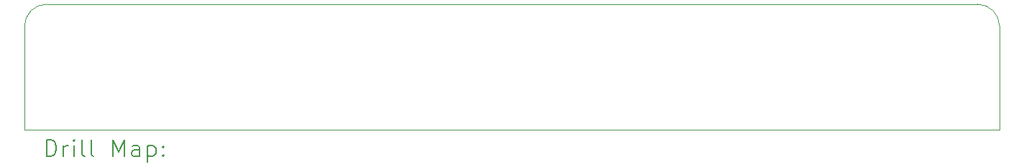
<source format=gbr>
%TF.GenerationSoftware,KiCad,Pcbnew,8.0.1*%
%TF.CreationDate,2024-08-12T23:30:26+01:00*%
%TF.ProjectId,MICRO_TRUNK_6_INSULATOR_BACK,4d494352-4f5f-4545-9255-4e4b5f365f49,rev?*%
%TF.SameCoordinates,Original*%
%TF.FileFunction,Drillmap*%
%TF.FilePolarity,Positive*%
%FSLAX45Y45*%
G04 Gerber Fmt 4.5, Leading zero omitted, Abs format (unit mm)*
G04 Created by KiCad (PCBNEW 8.0.1) date 2024-08-12 23:30:26*
%MOMM*%
%LPD*%
G01*
G04 APERTURE LIST*
%ADD10C,0.050000*%
%ADD11C,0.200000*%
G04 APERTURE END LIST*
D10*
X9238875Y-9230236D02*
X20202500Y-9230000D01*
X8981896Y-9487735D02*
G75*
G02*
X9238875Y-9230236I257504J-5D01*
G01*
X8981896Y-10715235D02*
X20460396Y-10715235D01*
X20460000Y-9486978D02*
X20460396Y-10715235D01*
X8981896Y-10715235D02*
X8981896Y-9487735D01*
X20202500Y-9230000D02*
G75*
G02*
X20460000Y-9486978I0J-257500D01*
G01*
D11*
X9240173Y-11029219D02*
X9240173Y-10829219D01*
X9240173Y-10829219D02*
X9287792Y-10829219D01*
X9287792Y-10829219D02*
X9316363Y-10838743D01*
X9316363Y-10838743D02*
X9335411Y-10857791D01*
X9335411Y-10857791D02*
X9344934Y-10876838D01*
X9344934Y-10876838D02*
X9354458Y-10914933D01*
X9354458Y-10914933D02*
X9354458Y-10943505D01*
X9354458Y-10943505D02*
X9344934Y-10981600D01*
X9344934Y-10981600D02*
X9335411Y-11000648D01*
X9335411Y-11000648D02*
X9316363Y-11019695D01*
X9316363Y-11019695D02*
X9287792Y-11029219D01*
X9287792Y-11029219D02*
X9240173Y-11029219D01*
X9440173Y-11029219D02*
X9440173Y-10895886D01*
X9440173Y-10933981D02*
X9449696Y-10914933D01*
X9449696Y-10914933D02*
X9459220Y-10905410D01*
X9459220Y-10905410D02*
X9478268Y-10895886D01*
X9478268Y-10895886D02*
X9497315Y-10895886D01*
X9563982Y-11029219D02*
X9563982Y-10895886D01*
X9563982Y-10829219D02*
X9554458Y-10838743D01*
X9554458Y-10838743D02*
X9563982Y-10848267D01*
X9563982Y-10848267D02*
X9573506Y-10838743D01*
X9573506Y-10838743D02*
X9563982Y-10829219D01*
X9563982Y-10829219D02*
X9563982Y-10848267D01*
X9687792Y-11029219D02*
X9668744Y-11019695D01*
X9668744Y-11019695D02*
X9659220Y-11000648D01*
X9659220Y-11000648D02*
X9659220Y-10829219D01*
X9792553Y-11029219D02*
X9773506Y-11019695D01*
X9773506Y-11019695D02*
X9763982Y-11000648D01*
X9763982Y-11000648D02*
X9763982Y-10829219D01*
X10021125Y-11029219D02*
X10021125Y-10829219D01*
X10021125Y-10829219D02*
X10087792Y-10972076D01*
X10087792Y-10972076D02*
X10154458Y-10829219D01*
X10154458Y-10829219D02*
X10154458Y-11029219D01*
X10335411Y-11029219D02*
X10335411Y-10924457D01*
X10335411Y-10924457D02*
X10325887Y-10905410D01*
X10325887Y-10905410D02*
X10306839Y-10895886D01*
X10306839Y-10895886D02*
X10268744Y-10895886D01*
X10268744Y-10895886D02*
X10249696Y-10905410D01*
X10335411Y-11019695D02*
X10316363Y-11029219D01*
X10316363Y-11029219D02*
X10268744Y-11029219D01*
X10268744Y-11029219D02*
X10249696Y-11019695D01*
X10249696Y-11019695D02*
X10240173Y-11000648D01*
X10240173Y-11000648D02*
X10240173Y-10981600D01*
X10240173Y-10981600D02*
X10249696Y-10962553D01*
X10249696Y-10962553D02*
X10268744Y-10953029D01*
X10268744Y-10953029D02*
X10316363Y-10953029D01*
X10316363Y-10953029D02*
X10335411Y-10943505D01*
X10430649Y-10895886D02*
X10430649Y-11095886D01*
X10430649Y-10905410D02*
X10449696Y-10895886D01*
X10449696Y-10895886D02*
X10487792Y-10895886D01*
X10487792Y-10895886D02*
X10506839Y-10905410D01*
X10506839Y-10905410D02*
X10516363Y-10914933D01*
X10516363Y-10914933D02*
X10525887Y-10933981D01*
X10525887Y-10933981D02*
X10525887Y-10991124D01*
X10525887Y-10991124D02*
X10516363Y-11010172D01*
X10516363Y-11010172D02*
X10506839Y-11019695D01*
X10506839Y-11019695D02*
X10487792Y-11029219D01*
X10487792Y-11029219D02*
X10449696Y-11029219D01*
X10449696Y-11029219D02*
X10430649Y-11019695D01*
X10611601Y-11010172D02*
X10621125Y-11019695D01*
X10621125Y-11019695D02*
X10611601Y-11029219D01*
X10611601Y-11029219D02*
X10602077Y-11019695D01*
X10602077Y-11019695D02*
X10611601Y-11010172D01*
X10611601Y-11010172D02*
X10611601Y-11029219D01*
X10611601Y-10905410D02*
X10621125Y-10914933D01*
X10621125Y-10914933D02*
X10611601Y-10924457D01*
X10611601Y-10924457D02*
X10602077Y-10914933D01*
X10602077Y-10914933D02*
X10611601Y-10905410D01*
X10611601Y-10905410D02*
X10611601Y-10924457D01*
M02*

</source>
